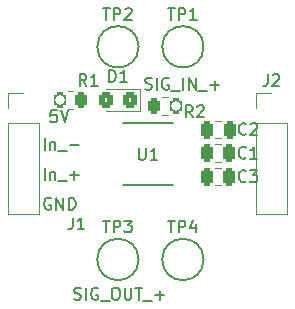
<source format=gbr>
%TF.GenerationSoftware,KiCad,Pcbnew,7.0.6*%
%TF.CreationDate,2023-11-15T13:56:34-06:00*%
%TF.ProjectId,TorqueSensorAmpifierPCB,546f7271-7565-4536-956e-736f72416d70,rev?*%
%TF.SameCoordinates,Original*%
%TF.FileFunction,Legend,Top*%
%TF.FilePolarity,Positive*%
%FSLAX46Y46*%
G04 Gerber Fmt 4.6, Leading zero omitted, Abs format (unit mm)*
G04 Created by KiCad (PCBNEW 7.0.6) date 2023-11-15 13:56:34*
%MOMM*%
%LPD*%
G01*
G04 APERTURE LIST*
G04 Aperture macros list*
%AMRoundRect*
0 Rectangle with rounded corners*
0 $1 Rounding radius*
0 $2 $3 $4 $5 $6 $7 $8 $9 X,Y pos of 4 corners*
0 Add a 4 corners polygon primitive as box body*
4,1,4,$2,$3,$4,$5,$6,$7,$8,$9,$2,$3,0*
0 Add four circle primitives for the rounded corners*
1,1,$1+$1,$2,$3*
1,1,$1+$1,$4,$5*
1,1,$1+$1,$6,$7*
1,1,$1+$1,$8,$9*
0 Add four rect primitives between the rounded corners*
20,1,$1+$1,$2,$3,$4,$5,0*
20,1,$1+$1,$4,$5,$6,$7,0*
20,1,$1+$1,$6,$7,$8,$9,0*
20,1,$1+$1,$8,$9,$2,$3,0*%
G04 Aperture macros list end*
%ADD10C,0.150000*%
%ADD11C,0.120000*%
%ADD12C,0.152400*%
%ADD13C,3.000000*%
%ADD14C,2.800000*%
%ADD15RoundRect,0.250000X0.325000X0.450000X-0.325000X0.450000X-0.325000X-0.450000X0.325000X-0.450000X0*%
%ADD16R,1.700000X1.700000*%
%ADD17O,1.700000X1.700000*%
%ADD18R,1.257300X0.508000*%
%ADD19RoundRect,0.250000X-0.250000X-0.475000X0.250000X-0.475000X0.250000X0.475000X-0.250000X0.475000X0*%
%ADD20RoundRect,0.250000X0.262500X0.450000X-0.262500X0.450000X-0.262500X-0.450000X0.262500X-0.450000X0*%
%ADD21RoundRect,0.250000X-0.262500X-0.450000X0.262500X-0.450000X0.262500X0.450000X-0.262500X0.450000X0*%
%ADD22C,0.800000*%
G04 APERTURE END LIST*
D10*
X69789160Y-95072200D02*
X69932017Y-95119819D01*
X69932017Y-95119819D02*
X70170112Y-95119819D01*
X70170112Y-95119819D02*
X70265350Y-95072200D01*
X70265350Y-95072200D02*
X70312969Y-95024580D01*
X70312969Y-95024580D02*
X70360588Y-94929342D01*
X70360588Y-94929342D02*
X70360588Y-94834104D01*
X70360588Y-94834104D02*
X70312969Y-94738866D01*
X70312969Y-94738866D02*
X70265350Y-94691247D01*
X70265350Y-94691247D02*
X70170112Y-94643628D01*
X70170112Y-94643628D02*
X69979636Y-94596009D01*
X69979636Y-94596009D02*
X69884398Y-94548390D01*
X69884398Y-94548390D02*
X69836779Y-94500771D01*
X69836779Y-94500771D02*
X69789160Y-94405533D01*
X69789160Y-94405533D02*
X69789160Y-94310295D01*
X69789160Y-94310295D02*
X69836779Y-94215057D01*
X69836779Y-94215057D02*
X69884398Y-94167438D01*
X69884398Y-94167438D02*
X69979636Y-94119819D01*
X69979636Y-94119819D02*
X70217731Y-94119819D01*
X70217731Y-94119819D02*
X70360588Y-94167438D01*
X70789160Y-95119819D02*
X70789160Y-94119819D01*
X71789159Y-94167438D02*
X71693921Y-94119819D01*
X71693921Y-94119819D02*
X71551064Y-94119819D01*
X71551064Y-94119819D02*
X71408207Y-94167438D01*
X71408207Y-94167438D02*
X71312969Y-94262676D01*
X71312969Y-94262676D02*
X71265350Y-94357914D01*
X71265350Y-94357914D02*
X71217731Y-94548390D01*
X71217731Y-94548390D02*
X71217731Y-94691247D01*
X71217731Y-94691247D02*
X71265350Y-94881723D01*
X71265350Y-94881723D02*
X71312969Y-94976961D01*
X71312969Y-94976961D02*
X71408207Y-95072200D01*
X71408207Y-95072200D02*
X71551064Y-95119819D01*
X71551064Y-95119819D02*
X71646302Y-95119819D01*
X71646302Y-95119819D02*
X71789159Y-95072200D01*
X71789159Y-95072200D02*
X71836778Y-95024580D01*
X71836778Y-95024580D02*
X71836778Y-94691247D01*
X71836778Y-94691247D02*
X71646302Y-94691247D01*
X72027255Y-95215057D02*
X72789159Y-95215057D01*
X73027255Y-95119819D02*
X73027255Y-94119819D01*
X73503445Y-95119819D02*
X73503445Y-94119819D01*
X73503445Y-94119819D02*
X74074873Y-95119819D01*
X74074873Y-95119819D02*
X74074873Y-94119819D01*
X74312969Y-95215057D02*
X75074873Y-95215057D01*
X75312969Y-94738866D02*
X76074874Y-94738866D01*
X75693921Y-95119819D02*
X75693921Y-94357914D01*
X62312969Y-96869819D02*
X61836779Y-96869819D01*
X61836779Y-96869819D02*
X61789160Y-97346009D01*
X61789160Y-97346009D02*
X61836779Y-97298390D01*
X61836779Y-97298390D02*
X61932017Y-97250771D01*
X61932017Y-97250771D02*
X62170112Y-97250771D01*
X62170112Y-97250771D02*
X62265350Y-97298390D01*
X62265350Y-97298390D02*
X62312969Y-97346009D01*
X62312969Y-97346009D02*
X62360588Y-97441247D01*
X62360588Y-97441247D02*
X62360588Y-97679342D01*
X62360588Y-97679342D02*
X62312969Y-97774580D01*
X62312969Y-97774580D02*
X62265350Y-97822200D01*
X62265350Y-97822200D02*
X62170112Y-97869819D01*
X62170112Y-97869819D02*
X61932017Y-97869819D01*
X61932017Y-97869819D02*
X61836779Y-97822200D01*
X61836779Y-97822200D02*
X61789160Y-97774580D01*
X62646303Y-96869819D02*
X62979636Y-97869819D01*
X62979636Y-97869819D02*
X63312969Y-96869819D01*
X61296779Y-100199819D02*
X61296779Y-99199819D01*
X61772969Y-99533152D02*
X61772969Y-100199819D01*
X61772969Y-99628390D02*
X61820588Y-99580771D01*
X61820588Y-99580771D02*
X61915826Y-99533152D01*
X61915826Y-99533152D02*
X62058683Y-99533152D01*
X62058683Y-99533152D02*
X62153921Y-99580771D01*
X62153921Y-99580771D02*
X62201540Y-99676009D01*
X62201540Y-99676009D02*
X62201540Y-100199819D01*
X62439636Y-100295057D02*
X63201540Y-100295057D01*
X63439636Y-99818866D02*
X64201541Y-99818866D01*
X61296779Y-102739819D02*
X61296779Y-101739819D01*
X61772969Y-102073152D02*
X61772969Y-102739819D01*
X61772969Y-102168390D02*
X61820588Y-102120771D01*
X61820588Y-102120771D02*
X61915826Y-102073152D01*
X61915826Y-102073152D02*
X62058683Y-102073152D01*
X62058683Y-102073152D02*
X62153921Y-102120771D01*
X62153921Y-102120771D02*
X62201540Y-102216009D01*
X62201540Y-102216009D02*
X62201540Y-102739819D01*
X62439636Y-102835057D02*
X63201540Y-102835057D01*
X63439636Y-102358866D02*
X64201541Y-102358866D01*
X63820588Y-102739819D02*
X63820588Y-101977914D01*
X63789160Y-112852200D02*
X63932017Y-112899819D01*
X63932017Y-112899819D02*
X64170112Y-112899819D01*
X64170112Y-112899819D02*
X64265350Y-112852200D01*
X64265350Y-112852200D02*
X64312969Y-112804580D01*
X64312969Y-112804580D02*
X64360588Y-112709342D01*
X64360588Y-112709342D02*
X64360588Y-112614104D01*
X64360588Y-112614104D02*
X64312969Y-112518866D01*
X64312969Y-112518866D02*
X64265350Y-112471247D01*
X64265350Y-112471247D02*
X64170112Y-112423628D01*
X64170112Y-112423628D02*
X63979636Y-112376009D01*
X63979636Y-112376009D02*
X63884398Y-112328390D01*
X63884398Y-112328390D02*
X63836779Y-112280771D01*
X63836779Y-112280771D02*
X63789160Y-112185533D01*
X63789160Y-112185533D02*
X63789160Y-112090295D01*
X63789160Y-112090295D02*
X63836779Y-111995057D01*
X63836779Y-111995057D02*
X63884398Y-111947438D01*
X63884398Y-111947438D02*
X63979636Y-111899819D01*
X63979636Y-111899819D02*
X64217731Y-111899819D01*
X64217731Y-111899819D02*
X64360588Y-111947438D01*
X64789160Y-112899819D02*
X64789160Y-111899819D01*
X65789159Y-111947438D02*
X65693921Y-111899819D01*
X65693921Y-111899819D02*
X65551064Y-111899819D01*
X65551064Y-111899819D02*
X65408207Y-111947438D01*
X65408207Y-111947438D02*
X65312969Y-112042676D01*
X65312969Y-112042676D02*
X65265350Y-112137914D01*
X65265350Y-112137914D02*
X65217731Y-112328390D01*
X65217731Y-112328390D02*
X65217731Y-112471247D01*
X65217731Y-112471247D02*
X65265350Y-112661723D01*
X65265350Y-112661723D02*
X65312969Y-112756961D01*
X65312969Y-112756961D02*
X65408207Y-112852200D01*
X65408207Y-112852200D02*
X65551064Y-112899819D01*
X65551064Y-112899819D02*
X65646302Y-112899819D01*
X65646302Y-112899819D02*
X65789159Y-112852200D01*
X65789159Y-112852200D02*
X65836778Y-112804580D01*
X65836778Y-112804580D02*
X65836778Y-112471247D01*
X65836778Y-112471247D02*
X65646302Y-112471247D01*
X66027255Y-112995057D02*
X66789159Y-112995057D01*
X67217731Y-111899819D02*
X67408207Y-111899819D01*
X67408207Y-111899819D02*
X67503445Y-111947438D01*
X67503445Y-111947438D02*
X67598683Y-112042676D01*
X67598683Y-112042676D02*
X67646302Y-112233152D01*
X67646302Y-112233152D02*
X67646302Y-112566485D01*
X67646302Y-112566485D02*
X67598683Y-112756961D01*
X67598683Y-112756961D02*
X67503445Y-112852200D01*
X67503445Y-112852200D02*
X67408207Y-112899819D01*
X67408207Y-112899819D02*
X67217731Y-112899819D01*
X67217731Y-112899819D02*
X67122493Y-112852200D01*
X67122493Y-112852200D02*
X67027255Y-112756961D01*
X67027255Y-112756961D02*
X66979636Y-112566485D01*
X66979636Y-112566485D02*
X66979636Y-112233152D01*
X66979636Y-112233152D02*
X67027255Y-112042676D01*
X67027255Y-112042676D02*
X67122493Y-111947438D01*
X67122493Y-111947438D02*
X67217731Y-111899819D01*
X68074874Y-111899819D02*
X68074874Y-112709342D01*
X68074874Y-112709342D02*
X68122493Y-112804580D01*
X68122493Y-112804580D02*
X68170112Y-112852200D01*
X68170112Y-112852200D02*
X68265350Y-112899819D01*
X68265350Y-112899819D02*
X68455826Y-112899819D01*
X68455826Y-112899819D02*
X68551064Y-112852200D01*
X68551064Y-112852200D02*
X68598683Y-112804580D01*
X68598683Y-112804580D02*
X68646302Y-112709342D01*
X68646302Y-112709342D02*
X68646302Y-111899819D01*
X68979636Y-111899819D02*
X69551064Y-111899819D01*
X69265350Y-112899819D02*
X69265350Y-111899819D01*
X69646303Y-112995057D02*
X70408207Y-112995057D01*
X70646303Y-112518866D02*
X71408208Y-112518866D01*
X71027255Y-112899819D02*
X71027255Y-112137914D01*
X61820588Y-104327438D02*
X61725350Y-104279819D01*
X61725350Y-104279819D02*
X61582493Y-104279819D01*
X61582493Y-104279819D02*
X61439636Y-104327438D01*
X61439636Y-104327438D02*
X61344398Y-104422676D01*
X61344398Y-104422676D02*
X61296779Y-104517914D01*
X61296779Y-104517914D02*
X61249160Y-104708390D01*
X61249160Y-104708390D02*
X61249160Y-104851247D01*
X61249160Y-104851247D02*
X61296779Y-105041723D01*
X61296779Y-105041723D02*
X61344398Y-105136961D01*
X61344398Y-105136961D02*
X61439636Y-105232200D01*
X61439636Y-105232200D02*
X61582493Y-105279819D01*
X61582493Y-105279819D02*
X61677731Y-105279819D01*
X61677731Y-105279819D02*
X61820588Y-105232200D01*
X61820588Y-105232200D02*
X61868207Y-105184580D01*
X61868207Y-105184580D02*
X61868207Y-104851247D01*
X61868207Y-104851247D02*
X61677731Y-104851247D01*
X62296779Y-105279819D02*
X62296779Y-104279819D01*
X62296779Y-104279819D02*
X62868207Y-105279819D01*
X62868207Y-105279819D02*
X62868207Y-104279819D01*
X63344398Y-105279819D02*
X63344398Y-104279819D01*
X63344398Y-104279819D02*
X63582493Y-104279819D01*
X63582493Y-104279819D02*
X63725350Y-104327438D01*
X63725350Y-104327438D02*
X63820588Y-104422676D01*
X63820588Y-104422676D02*
X63868207Y-104517914D01*
X63868207Y-104517914D02*
X63915826Y-104708390D01*
X63915826Y-104708390D02*
X63915826Y-104851247D01*
X63915826Y-104851247D02*
X63868207Y-105041723D01*
X63868207Y-105041723D02*
X63820588Y-105136961D01*
X63820588Y-105136961D02*
X63725350Y-105232200D01*
X63725350Y-105232200D02*
X63582493Y-105279819D01*
X63582493Y-105279819D02*
X63344398Y-105279819D01*
X78238095Y-91954819D02*
X78238095Y-90954819D01*
X78238095Y-91431009D02*
X78809523Y-91431009D01*
X78809523Y-91954819D02*
X78809523Y-90954819D01*
X79190476Y-90954819D02*
X79809523Y-90954819D01*
X79809523Y-90954819D02*
X79476190Y-91335771D01*
X79476190Y-91335771D02*
X79619047Y-91335771D01*
X79619047Y-91335771D02*
X79714285Y-91383390D01*
X79714285Y-91383390D02*
X79761904Y-91431009D01*
X79761904Y-91431009D02*
X79809523Y-91526247D01*
X79809523Y-91526247D02*
X79809523Y-91764342D01*
X79809523Y-91764342D02*
X79761904Y-91859580D01*
X79761904Y-91859580D02*
X79714285Y-91907200D01*
X79714285Y-91907200D02*
X79619047Y-91954819D01*
X79619047Y-91954819D02*
X79333333Y-91954819D01*
X79333333Y-91954819D02*
X79238095Y-91907200D01*
X79238095Y-91907200D02*
X79190476Y-91859580D01*
X71738095Y-88204819D02*
X72309523Y-88204819D01*
X72023809Y-89204819D02*
X72023809Y-88204819D01*
X72642857Y-89204819D02*
X72642857Y-88204819D01*
X72642857Y-88204819D02*
X73023809Y-88204819D01*
X73023809Y-88204819D02*
X73119047Y-88252438D01*
X73119047Y-88252438D02*
X73166666Y-88300057D01*
X73166666Y-88300057D02*
X73214285Y-88395295D01*
X73214285Y-88395295D02*
X73214285Y-88538152D01*
X73214285Y-88538152D02*
X73166666Y-88633390D01*
X73166666Y-88633390D02*
X73119047Y-88681009D01*
X73119047Y-88681009D02*
X73023809Y-88728628D01*
X73023809Y-88728628D02*
X72642857Y-88728628D01*
X74166666Y-89204819D02*
X73595238Y-89204819D01*
X73880952Y-89204819D02*
X73880952Y-88204819D01*
X73880952Y-88204819D02*
X73785714Y-88347676D01*
X73785714Y-88347676D02*
X73690476Y-88442914D01*
X73690476Y-88442914D02*
X73595238Y-88490533D01*
X60198095Y-109674819D02*
X60198095Y-108674819D01*
X60198095Y-109151009D02*
X60769523Y-109151009D01*
X60769523Y-109674819D02*
X60769523Y-108674819D01*
X61198095Y-108770057D02*
X61245714Y-108722438D01*
X61245714Y-108722438D02*
X61340952Y-108674819D01*
X61340952Y-108674819D02*
X61579047Y-108674819D01*
X61579047Y-108674819D02*
X61674285Y-108722438D01*
X61674285Y-108722438D02*
X61721904Y-108770057D01*
X61721904Y-108770057D02*
X61769523Y-108865295D01*
X61769523Y-108865295D02*
X61769523Y-108960533D01*
X61769523Y-108960533D02*
X61721904Y-109103390D01*
X61721904Y-109103390D02*
X61150476Y-109674819D01*
X61150476Y-109674819D02*
X61769523Y-109674819D01*
X66761905Y-94454819D02*
X66761905Y-93454819D01*
X66761905Y-93454819D02*
X67000000Y-93454819D01*
X67000000Y-93454819D02*
X67142857Y-93502438D01*
X67142857Y-93502438D02*
X67238095Y-93597676D01*
X67238095Y-93597676D02*
X67285714Y-93692914D01*
X67285714Y-93692914D02*
X67333333Y-93883390D01*
X67333333Y-93883390D02*
X67333333Y-94026247D01*
X67333333Y-94026247D02*
X67285714Y-94216723D01*
X67285714Y-94216723D02*
X67238095Y-94311961D01*
X67238095Y-94311961D02*
X67142857Y-94407200D01*
X67142857Y-94407200D02*
X67000000Y-94454819D01*
X67000000Y-94454819D02*
X66761905Y-94454819D01*
X68285714Y-94454819D02*
X67714286Y-94454819D01*
X68000000Y-94454819D02*
X68000000Y-93454819D01*
X68000000Y-93454819D02*
X67904762Y-93597676D01*
X67904762Y-93597676D02*
X67809524Y-93692914D01*
X67809524Y-93692914D02*
X67714286Y-93740533D01*
X80166666Y-93824819D02*
X80166666Y-94539104D01*
X80166666Y-94539104D02*
X80119047Y-94681961D01*
X80119047Y-94681961D02*
X80023809Y-94777200D01*
X80023809Y-94777200D02*
X79880952Y-94824819D01*
X79880952Y-94824819D02*
X79785714Y-94824819D01*
X80595238Y-93920057D02*
X80642857Y-93872438D01*
X80642857Y-93872438D02*
X80738095Y-93824819D01*
X80738095Y-93824819D02*
X80976190Y-93824819D01*
X80976190Y-93824819D02*
X81071428Y-93872438D01*
X81071428Y-93872438D02*
X81119047Y-93920057D01*
X81119047Y-93920057D02*
X81166666Y-94015295D01*
X81166666Y-94015295D02*
X81166666Y-94110533D01*
X81166666Y-94110533D02*
X81119047Y-94253390D01*
X81119047Y-94253390D02*
X80547619Y-94824819D01*
X80547619Y-94824819D02*
X81166666Y-94824819D01*
X71738095Y-106204819D02*
X72309523Y-106204819D01*
X72023809Y-107204819D02*
X72023809Y-106204819D01*
X72642857Y-107204819D02*
X72642857Y-106204819D01*
X72642857Y-106204819D02*
X73023809Y-106204819D01*
X73023809Y-106204819D02*
X73119047Y-106252438D01*
X73119047Y-106252438D02*
X73166666Y-106300057D01*
X73166666Y-106300057D02*
X73214285Y-106395295D01*
X73214285Y-106395295D02*
X73214285Y-106538152D01*
X73214285Y-106538152D02*
X73166666Y-106633390D01*
X73166666Y-106633390D02*
X73119047Y-106681009D01*
X73119047Y-106681009D02*
X73023809Y-106728628D01*
X73023809Y-106728628D02*
X72642857Y-106728628D01*
X74071428Y-106538152D02*
X74071428Y-107204819D01*
X73833333Y-106157200D02*
X73595238Y-106871485D01*
X73595238Y-106871485D02*
X74214285Y-106871485D01*
X69263095Y-100049819D02*
X69263095Y-100859342D01*
X69263095Y-100859342D02*
X69310714Y-100954580D01*
X69310714Y-100954580D02*
X69358333Y-101002200D01*
X69358333Y-101002200D02*
X69453571Y-101049819D01*
X69453571Y-101049819D02*
X69644047Y-101049819D01*
X69644047Y-101049819D02*
X69739285Y-101002200D01*
X69739285Y-101002200D02*
X69786904Y-100954580D01*
X69786904Y-100954580D02*
X69834523Y-100859342D01*
X69834523Y-100859342D02*
X69834523Y-100049819D01*
X70834523Y-101049819D02*
X70263095Y-101049819D01*
X70548809Y-101049819D02*
X70548809Y-100049819D01*
X70548809Y-100049819D02*
X70453571Y-100192676D01*
X70453571Y-100192676D02*
X70358333Y-100287914D01*
X70358333Y-100287914D02*
X70263095Y-100335533D01*
X66238095Y-88204819D02*
X66809523Y-88204819D01*
X66523809Y-89204819D02*
X66523809Y-88204819D01*
X67142857Y-89204819D02*
X67142857Y-88204819D01*
X67142857Y-88204819D02*
X67523809Y-88204819D01*
X67523809Y-88204819D02*
X67619047Y-88252438D01*
X67619047Y-88252438D02*
X67666666Y-88300057D01*
X67666666Y-88300057D02*
X67714285Y-88395295D01*
X67714285Y-88395295D02*
X67714285Y-88538152D01*
X67714285Y-88538152D02*
X67666666Y-88633390D01*
X67666666Y-88633390D02*
X67619047Y-88681009D01*
X67619047Y-88681009D02*
X67523809Y-88728628D01*
X67523809Y-88728628D02*
X67142857Y-88728628D01*
X68095238Y-88300057D02*
X68142857Y-88252438D01*
X68142857Y-88252438D02*
X68238095Y-88204819D01*
X68238095Y-88204819D02*
X68476190Y-88204819D01*
X68476190Y-88204819D02*
X68571428Y-88252438D01*
X68571428Y-88252438D02*
X68619047Y-88300057D01*
X68619047Y-88300057D02*
X68666666Y-88395295D01*
X68666666Y-88395295D02*
X68666666Y-88490533D01*
X68666666Y-88490533D02*
X68619047Y-88633390D01*
X68619047Y-88633390D02*
X68047619Y-89204819D01*
X68047619Y-89204819D02*
X68666666Y-89204819D01*
X66238095Y-106204819D02*
X66809523Y-106204819D01*
X66523809Y-107204819D02*
X66523809Y-106204819D01*
X67142857Y-107204819D02*
X67142857Y-106204819D01*
X67142857Y-106204819D02*
X67523809Y-106204819D01*
X67523809Y-106204819D02*
X67619047Y-106252438D01*
X67619047Y-106252438D02*
X67666666Y-106300057D01*
X67666666Y-106300057D02*
X67714285Y-106395295D01*
X67714285Y-106395295D02*
X67714285Y-106538152D01*
X67714285Y-106538152D02*
X67666666Y-106633390D01*
X67666666Y-106633390D02*
X67619047Y-106681009D01*
X67619047Y-106681009D02*
X67523809Y-106728628D01*
X67523809Y-106728628D02*
X67142857Y-106728628D01*
X68047619Y-106204819D02*
X68666666Y-106204819D01*
X68666666Y-106204819D02*
X68333333Y-106585771D01*
X68333333Y-106585771D02*
X68476190Y-106585771D01*
X68476190Y-106585771D02*
X68571428Y-106633390D01*
X68571428Y-106633390D02*
X68619047Y-106681009D01*
X68619047Y-106681009D02*
X68666666Y-106776247D01*
X68666666Y-106776247D02*
X68666666Y-107014342D01*
X68666666Y-107014342D02*
X68619047Y-107109580D01*
X68619047Y-107109580D02*
X68571428Y-107157200D01*
X68571428Y-107157200D02*
X68476190Y-107204819D01*
X68476190Y-107204819D02*
X68190476Y-107204819D01*
X68190476Y-107204819D02*
X68095238Y-107157200D01*
X68095238Y-107157200D02*
X68047619Y-107109580D01*
X63666666Y-105954819D02*
X63666666Y-106669104D01*
X63666666Y-106669104D02*
X63619047Y-106811961D01*
X63619047Y-106811961D02*
X63523809Y-106907200D01*
X63523809Y-106907200D02*
X63380952Y-106954819D01*
X63380952Y-106954819D02*
X63285714Y-106954819D01*
X64666666Y-106954819D02*
X64095238Y-106954819D01*
X64380952Y-106954819D02*
X64380952Y-105954819D01*
X64380952Y-105954819D02*
X64285714Y-106097676D01*
X64285714Y-106097676D02*
X64190476Y-106192914D01*
X64190476Y-106192914D02*
X64095238Y-106240533D01*
X60238095Y-91954819D02*
X60238095Y-90954819D01*
X60238095Y-91431009D02*
X60809523Y-91431009D01*
X60809523Y-91954819D02*
X60809523Y-90954819D01*
X61809523Y-91954819D02*
X61238095Y-91954819D01*
X61523809Y-91954819D02*
X61523809Y-90954819D01*
X61523809Y-90954819D02*
X61428571Y-91097676D01*
X61428571Y-91097676D02*
X61333333Y-91192914D01*
X61333333Y-91192914D02*
X61238095Y-91240533D01*
X78238095Y-109674819D02*
X78238095Y-108674819D01*
X78238095Y-109151009D02*
X78809523Y-109151009D01*
X78809523Y-109674819D02*
X78809523Y-108674819D01*
X79714285Y-109008152D02*
X79714285Y-109674819D01*
X79476190Y-108627200D02*
X79238095Y-109341485D01*
X79238095Y-109341485D02*
X79857142Y-109341485D01*
X78333333Y-98859580D02*
X78285714Y-98907200D01*
X78285714Y-98907200D02*
X78142857Y-98954819D01*
X78142857Y-98954819D02*
X78047619Y-98954819D01*
X78047619Y-98954819D02*
X77904762Y-98907200D01*
X77904762Y-98907200D02*
X77809524Y-98811961D01*
X77809524Y-98811961D02*
X77761905Y-98716723D01*
X77761905Y-98716723D02*
X77714286Y-98526247D01*
X77714286Y-98526247D02*
X77714286Y-98383390D01*
X77714286Y-98383390D02*
X77761905Y-98192914D01*
X77761905Y-98192914D02*
X77809524Y-98097676D01*
X77809524Y-98097676D02*
X77904762Y-98002438D01*
X77904762Y-98002438D02*
X78047619Y-97954819D01*
X78047619Y-97954819D02*
X78142857Y-97954819D01*
X78142857Y-97954819D02*
X78285714Y-98002438D01*
X78285714Y-98002438D02*
X78333333Y-98050057D01*
X78714286Y-98050057D02*
X78761905Y-98002438D01*
X78761905Y-98002438D02*
X78857143Y-97954819D01*
X78857143Y-97954819D02*
X79095238Y-97954819D01*
X79095238Y-97954819D02*
X79190476Y-98002438D01*
X79190476Y-98002438D02*
X79238095Y-98050057D01*
X79238095Y-98050057D02*
X79285714Y-98145295D01*
X79285714Y-98145295D02*
X79285714Y-98240533D01*
X79285714Y-98240533D02*
X79238095Y-98383390D01*
X79238095Y-98383390D02*
X78666667Y-98954819D01*
X78666667Y-98954819D02*
X79285714Y-98954819D01*
X73833333Y-97454819D02*
X73500000Y-96978628D01*
X73261905Y-97454819D02*
X73261905Y-96454819D01*
X73261905Y-96454819D02*
X73642857Y-96454819D01*
X73642857Y-96454819D02*
X73738095Y-96502438D01*
X73738095Y-96502438D02*
X73785714Y-96550057D01*
X73785714Y-96550057D02*
X73833333Y-96645295D01*
X73833333Y-96645295D02*
X73833333Y-96788152D01*
X73833333Y-96788152D02*
X73785714Y-96883390D01*
X73785714Y-96883390D02*
X73738095Y-96931009D01*
X73738095Y-96931009D02*
X73642857Y-96978628D01*
X73642857Y-96978628D02*
X73261905Y-96978628D01*
X74214286Y-96550057D02*
X74261905Y-96502438D01*
X74261905Y-96502438D02*
X74357143Y-96454819D01*
X74357143Y-96454819D02*
X74595238Y-96454819D01*
X74595238Y-96454819D02*
X74690476Y-96502438D01*
X74690476Y-96502438D02*
X74738095Y-96550057D01*
X74738095Y-96550057D02*
X74785714Y-96645295D01*
X74785714Y-96645295D02*
X74785714Y-96740533D01*
X74785714Y-96740533D02*
X74738095Y-96883390D01*
X74738095Y-96883390D02*
X74166667Y-97454819D01*
X74166667Y-97454819D02*
X74785714Y-97454819D01*
X78333333Y-102859580D02*
X78285714Y-102907200D01*
X78285714Y-102907200D02*
X78142857Y-102954819D01*
X78142857Y-102954819D02*
X78047619Y-102954819D01*
X78047619Y-102954819D02*
X77904762Y-102907200D01*
X77904762Y-102907200D02*
X77809524Y-102811961D01*
X77809524Y-102811961D02*
X77761905Y-102716723D01*
X77761905Y-102716723D02*
X77714286Y-102526247D01*
X77714286Y-102526247D02*
X77714286Y-102383390D01*
X77714286Y-102383390D02*
X77761905Y-102192914D01*
X77761905Y-102192914D02*
X77809524Y-102097676D01*
X77809524Y-102097676D02*
X77904762Y-102002438D01*
X77904762Y-102002438D02*
X78047619Y-101954819D01*
X78047619Y-101954819D02*
X78142857Y-101954819D01*
X78142857Y-101954819D02*
X78285714Y-102002438D01*
X78285714Y-102002438D02*
X78333333Y-102050057D01*
X78666667Y-101954819D02*
X79285714Y-101954819D01*
X79285714Y-101954819D02*
X78952381Y-102335771D01*
X78952381Y-102335771D02*
X79095238Y-102335771D01*
X79095238Y-102335771D02*
X79190476Y-102383390D01*
X79190476Y-102383390D02*
X79238095Y-102431009D01*
X79238095Y-102431009D02*
X79285714Y-102526247D01*
X79285714Y-102526247D02*
X79285714Y-102764342D01*
X79285714Y-102764342D02*
X79238095Y-102859580D01*
X79238095Y-102859580D02*
X79190476Y-102907200D01*
X79190476Y-102907200D02*
X79095238Y-102954819D01*
X79095238Y-102954819D02*
X78809524Y-102954819D01*
X78809524Y-102954819D02*
X78714286Y-102907200D01*
X78714286Y-102907200D02*
X78666667Y-102859580D01*
X64833333Y-94804819D02*
X64500000Y-94328628D01*
X64261905Y-94804819D02*
X64261905Y-93804819D01*
X64261905Y-93804819D02*
X64642857Y-93804819D01*
X64642857Y-93804819D02*
X64738095Y-93852438D01*
X64738095Y-93852438D02*
X64785714Y-93900057D01*
X64785714Y-93900057D02*
X64833333Y-93995295D01*
X64833333Y-93995295D02*
X64833333Y-94138152D01*
X64833333Y-94138152D02*
X64785714Y-94233390D01*
X64785714Y-94233390D02*
X64738095Y-94281009D01*
X64738095Y-94281009D02*
X64642857Y-94328628D01*
X64642857Y-94328628D02*
X64261905Y-94328628D01*
X65785714Y-94804819D02*
X65214286Y-94804819D01*
X65500000Y-94804819D02*
X65500000Y-93804819D01*
X65500000Y-93804819D02*
X65404762Y-93947676D01*
X65404762Y-93947676D02*
X65309524Y-94042914D01*
X65309524Y-94042914D02*
X65214286Y-94090533D01*
X78333333Y-100859580D02*
X78285714Y-100907200D01*
X78285714Y-100907200D02*
X78142857Y-100954819D01*
X78142857Y-100954819D02*
X78047619Y-100954819D01*
X78047619Y-100954819D02*
X77904762Y-100907200D01*
X77904762Y-100907200D02*
X77809524Y-100811961D01*
X77809524Y-100811961D02*
X77761905Y-100716723D01*
X77761905Y-100716723D02*
X77714286Y-100526247D01*
X77714286Y-100526247D02*
X77714286Y-100383390D01*
X77714286Y-100383390D02*
X77761905Y-100192914D01*
X77761905Y-100192914D02*
X77809524Y-100097676D01*
X77809524Y-100097676D02*
X77904762Y-100002438D01*
X77904762Y-100002438D02*
X78047619Y-99954819D01*
X78047619Y-99954819D02*
X78142857Y-99954819D01*
X78142857Y-99954819D02*
X78285714Y-100002438D01*
X78285714Y-100002438D02*
X78333333Y-100050057D01*
X79285714Y-100954819D02*
X78714286Y-100954819D01*
X79000000Y-100954819D02*
X79000000Y-99954819D01*
X79000000Y-99954819D02*
X78904762Y-100097676D01*
X78904762Y-100097676D02*
X78809524Y-100192914D01*
X78809524Y-100192914D02*
X78714286Y-100240533D01*
%TO.C,TP1*%
X74750000Y-91500000D02*
G75*
G03*
X74750000Y-91500000I-1750000J0D01*
G01*
D11*
%TO.C,D1*%
X69360000Y-96960000D02*
X69360000Y-95040000D01*
X69360000Y-95040000D02*
X66500000Y-95040000D01*
X66500000Y-96960000D02*
X69360000Y-96960000D01*
%TO.C,J2*%
X79170000Y-95370000D02*
X80500000Y-95370000D01*
X79170000Y-96700000D02*
X79170000Y-95370000D01*
X79170000Y-97970000D02*
X79170000Y-105650000D01*
X79170000Y-97970000D02*
X81830000Y-97970000D01*
X79170000Y-105650000D02*
X81830000Y-105650000D01*
X81830000Y-97970000D02*
X81830000Y-105650000D01*
D10*
%TO.C,TP4*%
X74750000Y-109500000D02*
G75*
G03*
X74750000Y-109500000I-1750000J0D01*
G01*
D12*
%TO.C,U1*%
X67904100Y-103223900D02*
X72145900Y-103223900D01*
X72145900Y-97966100D02*
X67904100Y-97966100D01*
D10*
%TO.C,TP2*%
X69250000Y-91500000D02*
G75*
G03*
X69250000Y-91500000I-1750000J0D01*
G01*
%TO.C,TP3*%
X69250000Y-109500000D02*
G75*
G03*
X69250000Y-109500000I-1750000J0D01*
G01*
D11*
%TO.C,J1*%
X58170000Y-95370000D02*
X59500000Y-95370000D01*
X58170000Y-96700000D02*
X58170000Y-95370000D01*
X58170000Y-97970000D02*
X58170000Y-105650000D01*
X58170000Y-97970000D02*
X60830000Y-97970000D01*
X58170000Y-105650000D02*
X60830000Y-105650000D01*
X60830000Y-97970000D02*
X60830000Y-105650000D01*
%TO.C,C2*%
X75738748Y-99235000D02*
X76261252Y-99235000D01*
X75738748Y-97765000D02*
X76261252Y-97765000D01*
%TO.C,R2*%
X71727064Y-97235000D02*
X71272936Y-97235000D01*
X71727064Y-95765000D02*
X71272936Y-95765000D01*
%TO.C,C3*%
X75688748Y-103235000D02*
X76211252Y-103235000D01*
X75688748Y-101765000D02*
X76211252Y-101765000D01*
%TO.C,R1*%
X63272936Y-96735000D02*
X63727064Y-96735000D01*
X63272936Y-95265000D02*
X63727064Y-95265000D01*
%TO.C,C1*%
X75688748Y-99765000D02*
X76211252Y-99765000D01*
X75688748Y-101235000D02*
X76211252Y-101235000D01*
%TD*%
%LPC*%
D13*
%TO.C,H3*%
X79000000Y-91500000D03*
%TD*%
D14*
%TO.C,TP1*%
X73000000Y-91500000D03*
%TD*%
D13*
%TO.C,H2*%
X61000000Y-109500000D03*
%TD*%
D15*
%TO.C,D1*%
X68525000Y-96000000D03*
X66475000Y-96000000D03*
%TD*%
D16*
%TO.C,J2*%
X80500000Y-96700000D03*
D17*
X80500000Y-99240000D03*
X80500000Y-101780000D03*
X80500000Y-104320000D03*
%TD*%
D14*
%TO.C,TP4*%
X73000000Y-109500000D03*
%TD*%
D18*
%TO.C,U1*%
X67402450Y-98690000D03*
X67402450Y-99960000D03*
X67402450Y-101230000D03*
X67402450Y-102500000D03*
X72647550Y-102500000D03*
X72647550Y-101230000D03*
X72647550Y-99960000D03*
X72647550Y-98690000D03*
%TD*%
D14*
%TO.C,TP2*%
X67500000Y-91500000D03*
%TD*%
%TO.C,TP3*%
X67500000Y-109500000D03*
%TD*%
D16*
%TO.C,J1*%
X59500000Y-96700000D03*
D17*
X59500000Y-99240000D03*
X59500000Y-101780000D03*
X59500000Y-104320000D03*
%TD*%
D13*
%TO.C,H1*%
X61000000Y-91500000D03*
%TD*%
%TO.C,H4*%
X79000000Y-109500000D03*
%TD*%
D19*
%TO.C,C2*%
X75050000Y-98500000D03*
X76950000Y-98500000D03*
%TD*%
D20*
%TO.C,R2*%
X70587500Y-96500000D03*
X72412500Y-96500000D03*
%TD*%
D19*
%TO.C,C3*%
X75000000Y-102500000D03*
X76900000Y-102500000D03*
%TD*%
D21*
%TO.C,R1*%
X62587500Y-96000000D03*
X64412500Y-96000000D03*
%TD*%
D19*
%TO.C,C1*%
X76900000Y-100500000D03*
X75000000Y-100500000D03*
%TD*%
D22*
X72412500Y-96500000D03*
X67500000Y-98275500D03*
X62587500Y-96000000D03*
X72647550Y-101230000D03*
X67550000Y-99960000D03*
X67550000Y-101230000D03*
%LPD*%
M02*

</source>
